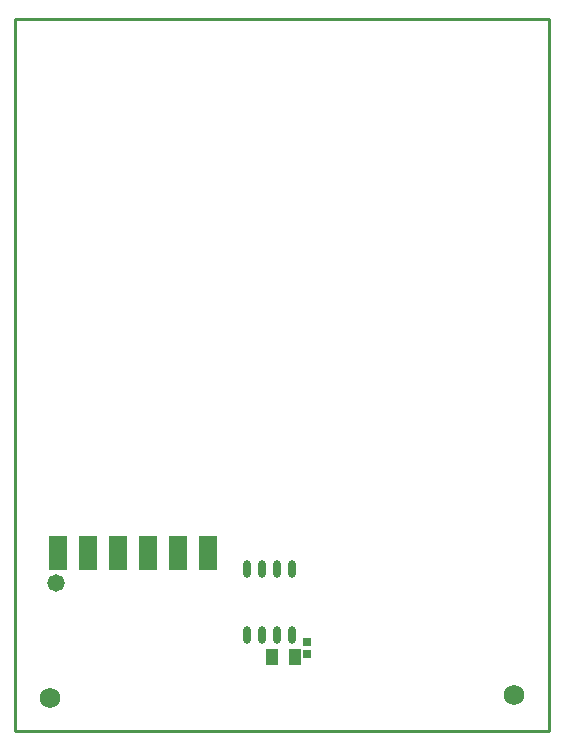
<source format=gts>
G04*
G04 #@! TF.GenerationSoftware,Altium Limited,Altium Designer,18.0.12 (696)*
G04*
G04 Layer_Color=8388736*
%FSLAX25Y25*%
%MOIN*%
G70*
G01*
G75*
%ADD12C,0.01000*%
%ADD18R,0.05918X0.11824*%
%ADD19O,0.02769X0.05918*%
%ADD20R,0.03950X0.05721*%
%ADD21R,0.02769X0.03162*%
%ADD22C,0.06800*%
%ADD23C,0.05800*%
D12*
X99410Y99410D02*
Y336614D01*
Y99410D02*
X277559D01*
Y336614D01*
X99410D02*
X277559D01*
D18*
X163701Y158465D02*
D03*
X153701D02*
D03*
X143701D02*
D03*
X133701D02*
D03*
X123701D02*
D03*
X113701D02*
D03*
D19*
X191752Y153347D02*
D03*
X186752D02*
D03*
X181752D02*
D03*
X176752D02*
D03*
X191752Y131299D02*
D03*
X186752D02*
D03*
X181752D02*
D03*
X176752D02*
D03*
D20*
X185236Y124016D02*
D03*
X192717D02*
D03*
D21*
X196850Y125000D02*
D03*
Y128937D02*
D03*
D22*
X265748Y111221D02*
D03*
X111221Y110236D02*
D03*
D23*
X113189Y148622D02*
D03*
M02*

</source>
